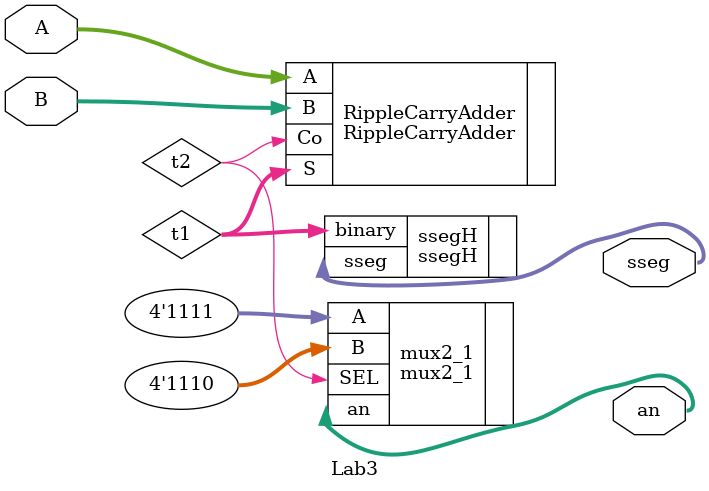
<source format=sv>
`timescale 1ns / 1ps

//////////////////////////////////////////////////////////////////////////////////


module Lab3(
    input [3:0] A,
    input [3:0] B,
    output [6:0] sseg,
    output [3:0] an
    );
    logic [3:0] t1;
    logic t2;
    
    mux2_1#(4) mux2_1(.A(4'b1111), .B(4'b1110), .SEL(t2), .an(an));
    RippleCarryAdder RippleCarryAdder(.A(A), .B(B), .S(t1), .Co(t2));
    ssegH ssegH(.binary(t1), .sseg(sseg));
    
    
    
endmodule

</source>
